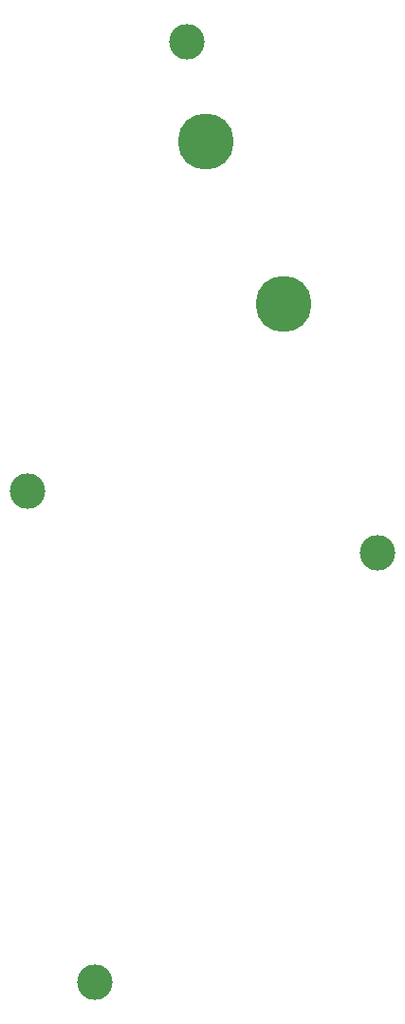
<source format=gbs>
G04 #@! TF.FileFunction,Soldermask,Bot*
%FSLAX46Y46*%
G04 Gerber Fmt 4.6, Leading zero omitted, Abs format (unit mm)*
G04 Created by KiCad (PCBNEW 4.0.2-stable) date 2019-06-10 11:42:33 PM*
%MOMM*%
G01*
G04 APERTURE LIST*
%ADD10C,0.100000*%
%ADD11C,5.000000*%
%ADD12C,3.175000*%
G04 APERTURE END LIST*
D10*
D11*
X130040000Y-46750000D03*
X123040000Y-32250000D03*
D12*
X113150000Y-107150000D03*
X138400000Y-68900000D03*
X107150000Y-63400000D03*
X121400000Y-23400000D03*
M02*

</source>
